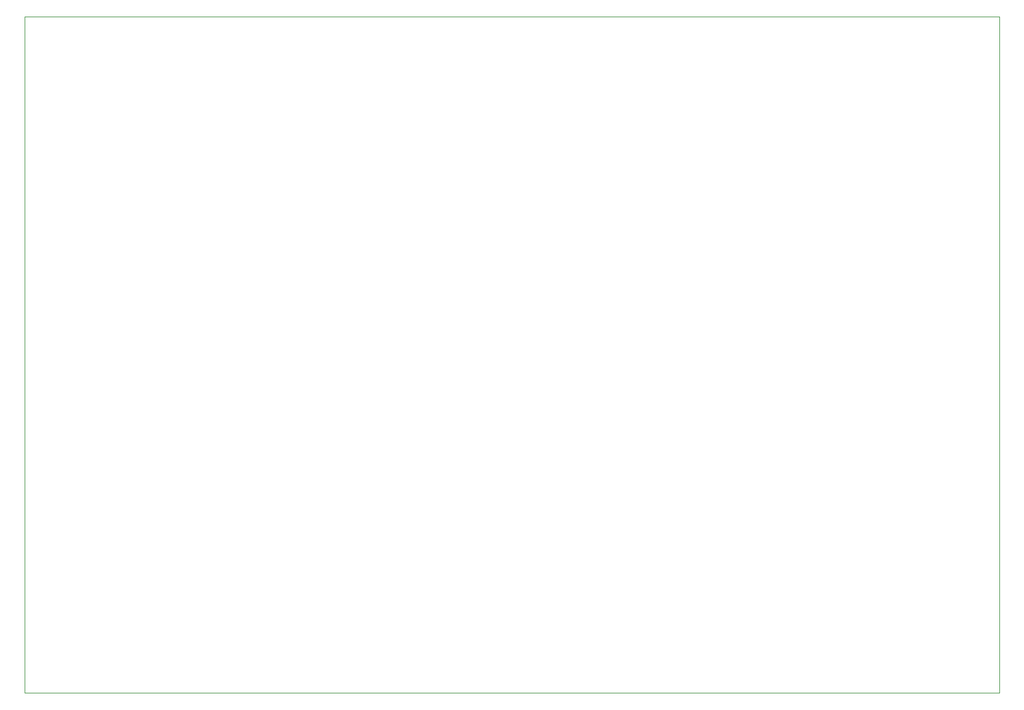
<source format=gm1>
G04 #@! TF.GenerationSoftware,KiCad,Pcbnew,no-vcs-found-7587~57~ubuntu14.04.1*
G04 #@! TF.CreationDate,2017-02-07T01:28:41+00:00*
G04 #@! TF.ProjectId,dart_gps,646172745F6770732E6B696361645F70,rev?*
G04 #@! TF.FileFunction,Profile,NP*
%FSLAX46Y46*%
G04 Gerber Fmt 4.6, Leading zero omitted, Abs format (unit mm)*
G04 Created by KiCad (PCBNEW no-vcs-found-7587~57~ubuntu14.04.1) date Tue Feb  7 01:28:41 2017*
%MOMM*%
%LPD*%
G01*
G04 APERTURE LIST*
%ADD10C,0.100000*%
G04 APERTURE END LIST*
D10*
X20000000Y-261000000D02*
X20000000Y-168000000D01*
X20000000Y-168000000D02*
X154000000Y-168000000D01*
X154000000Y-168000000D02*
X154000000Y-261000000D01*
X154000000Y-261000000D02*
X20000000Y-261000000D01*
M02*

</source>
